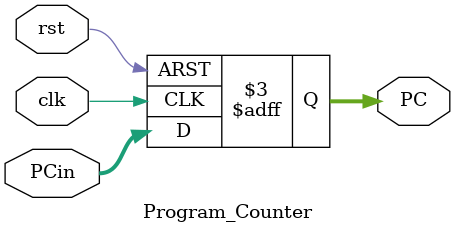
<source format=v>
module Program_Counter(input clk,
input rst,
input[7:0] PCin,
output reg [7:0] PC);

always @ (posedge clk or negedge rst)
begin
	if(!rst)
	PC <=0;
	else
	PC <= PCin;
	

end

endmodule



</source>
